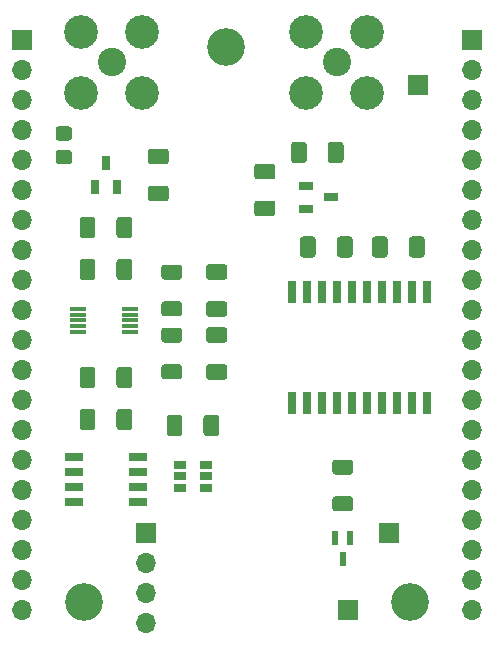
<source format=gbr>
%TF.GenerationSoftware,KiCad,Pcbnew,(5.1.9)-1*%
%TF.CreationDate,2021-08-30T10:52:12+01:00*%
%TF.ProjectId,projecto1,70726f6a-6563-4746-9f31-2e6b69636164,1.5*%
%TF.SameCoordinates,Original*%
%TF.FileFunction,Soldermask,Bot*%
%TF.FilePolarity,Negative*%
%FSLAX46Y46*%
G04 Gerber Fmt 4.6, Leading zero omitted, Abs format (unit mm)*
G04 Created by KiCad (PCBNEW (5.1.9)-1) date 2021-08-30 10:52:12*
%MOMM*%
%LPD*%
G01*
G04 APERTURE LIST*
%ADD10R,1.700000X1.700000*%
%ADD11O,1.700000X1.700000*%
%ADD12C,3.200000*%
%ADD13R,1.060000X0.650000*%
%ADD14R,0.500000X1.290000*%
%ADD15C,2.400000*%
%ADD16C,2.850000*%
%ADD17R,1.400000X0.300000*%
%ADD18R,0.650000X1.250000*%
%ADD19R,1.500000X0.650000*%
%ADD20R,1.250000X0.650000*%
%ADD21R,0.650000X1.925000*%
G04 APERTURE END LIST*
D10*
%TO.C,J4*%
X59055000Y-70358000D03*
%TD*%
%TO.C,R6*%
G36*
G01*
X31946001Y-37091000D02*
X31045999Y-37091000D01*
G75*
G02*
X30796000Y-36841001I0J249999D01*
G01*
X30796000Y-36140999D01*
G75*
G02*
X31045999Y-35891000I249999J0D01*
G01*
X31946001Y-35891000D01*
G75*
G02*
X32196000Y-36140999I0J-249999D01*
G01*
X32196000Y-36841001D01*
G75*
G02*
X31946001Y-37091000I-249999J0D01*
G01*
G37*
G36*
G01*
X31946001Y-39091000D02*
X31045999Y-39091000D01*
G75*
G02*
X30796000Y-38841001I0J249999D01*
G01*
X30796000Y-38140999D01*
G75*
G02*
X31045999Y-37891000I249999J0D01*
G01*
X31946001Y-37891000D01*
G75*
G02*
X32196000Y-38140999I0J-249999D01*
G01*
X32196000Y-38841001D01*
G75*
G02*
X31946001Y-39091000I-249999J0D01*
G01*
G37*
%TD*%
D11*
%TO.C,J8*%
X38481000Y-77978000D03*
X38481000Y-75438000D03*
X38481000Y-72898000D03*
D10*
X38481000Y-70358000D03*
%TD*%
D12*
%TO.C,REF\u002A\u002A*%
X45212000Y-29210000D03*
%TD*%
%TO.C,REF\u002A\u002A*%
X33210500Y-76200000D03*
%TD*%
%TO.C,REF\u002A\u002A*%
X60833000Y-76200000D03*
%TD*%
D10*
%TO.C,J5*%
X61468000Y-32385000D03*
%TD*%
D13*
%TO.C,U2*%
X43518000Y-65532000D03*
X43518000Y-66482000D03*
X43518000Y-64582000D03*
X41318000Y-64582000D03*
X41318000Y-65532000D03*
X41318000Y-66482000D03*
%TD*%
D14*
%TO.C,U1*%
X55118000Y-72538000D03*
X55768000Y-70718000D03*
X54468000Y-70718000D03*
%TD*%
%TO.C,R3*%
G36*
G01*
X40014999Y-50684000D02*
X41265001Y-50684000D01*
G75*
G02*
X41515000Y-50933999I0J-249999D01*
G01*
X41515000Y-51734001D01*
G75*
G02*
X41265001Y-51984000I-249999J0D01*
G01*
X40014999Y-51984000D01*
G75*
G02*
X39765000Y-51734001I0J249999D01*
G01*
X39765000Y-50933999D01*
G75*
G02*
X40014999Y-50684000I249999J0D01*
G01*
G37*
G36*
G01*
X40014999Y-47584000D02*
X41265001Y-47584000D01*
G75*
G02*
X41515000Y-47833999I0J-249999D01*
G01*
X41515000Y-48634001D01*
G75*
G02*
X41265001Y-48884000I-249999J0D01*
G01*
X40014999Y-48884000D01*
G75*
G02*
X39765000Y-48634001I0J249999D01*
G01*
X39765000Y-47833999D01*
G75*
G02*
X40014999Y-47584000I249999J0D01*
G01*
G37*
%TD*%
%TO.C,R2*%
G36*
G01*
X40014999Y-56018000D02*
X41265001Y-56018000D01*
G75*
G02*
X41515000Y-56267999I0J-249999D01*
G01*
X41515000Y-57068001D01*
G75*
G02*
X41265001Y-57318000I-249999J0D01*
G01*
X40014999Y-57318000D01*
G75*
G02*
X39765000Y-57068001I0J249999D01*
G01*
X39765000Y-56267999D01*
G75*
G02*
X40014999Y-56018000I249999J0D01*
G01*
G37*
G36*
G01*
X40014999Y-52918000D02*
X41265001Y-52918000D01*
G75*
G02*
X41515000Y-53167999I0J-249999D01*
G01*
X41515000Y-53968001D01*
G75*
G02*
X41265001Y-54218000I-249999J0D01*
G01*
X40014999Y-54218000D01*
G75*
G02*
X39765000Y-53968001I0J249999D01*
G01*
X39765000Y-53167999D01*
G75*
G02*
X40014999Y-52918000I249999J0D01*
G01*
G37*
%TD*%
%TO.C,R1*%
G36*
G01*
X55743001Y-65394000D02*
X54492999Y-65394000D01*
G75*
G02*
X54243000Y-65144001I0J249999D01*
G01*
X54243000Y-64343999D01*
G75*
G02*
X54492999Y-64094000I249999J0D01*
G01*
X55743001Y-64094000D01*
G75*
G02*
X55993000Y-64343999I0J-249999D01*
G01*
X55993000Y-65144001D01*
G75*
G02*
X55743001Y-65394000I-249999J0D01*
G01*
G37*
G36*
G01*
X55743001Y-68494000D02*
X54492999Y-68494000D01*
G75*
G02*
X54243000Y-68244001I0J249999D01*
G01*
X54243000Y-67443999D01*
G75*
G02*
X54492999Y-67194000I249999J0D01*
G01*
X55743001Y-67194000D01*
G75*
G02*
X55993000Y-67443999I0J-249999D01*
G01*
X55993000Y-68244001D01*
G75*
G02*
X55743001Y-68494000I-249999J0D01*
G01*
G37*
%TD*%
D10*
%TO.C,J9*%
X55562500Y-76835000D03*
%TD*%
D15*
%TO.C,J7*%
X54610000Y-30480000D03*
D16*
X52035000Y-27905000D03*
X52035000Y-33055000D03*
X57185000Y-33055000D03*
X57185000Y-27905000D03*
%TD*%
%TO.C,J6*%
X38135000Y-27905000D03*
X38135000Y-33055000D03*
X32985000Y-33055000D03*
X32985000Y-27905000D03*
D15*
X35560000Y-30480000D03*
%TD*%
D11*
%TO.C,J3*%
X66040000Y-76835000D03*
X66040000Y-74295000D03*
X66040000Y-71755000D03*
X66040000Y-69215000D03*
X66040000Y-66675000D03*
X66040000Y-64135000D03*
X66040000Y-61595000D03*
X66040000Y-59055000D03*
X66040000Y-56515000D03*
X66040000Y-53975000D03*
X66040000Y-51435000D03*
X66040000Y-48895000D03*
X66040000Y-46355000D03*
X66040000Y-43815000D03*
X66040000Y-41275000D03*
X66040000Y-38735000D03*
X66040000Y-36195000D03*
X66040000Y-33655000D03*
X66040000Y-31115000D03*
D10*
X66040000Y-28575000D03*
%TD*%
D11*
%TO.C,J1*%
X27940000Y-76835000D03*
X27940000Y-74295000D03*
X27940000Y-71755000D03*
X27940000Y-69215000D03*
X27940000Y-66675000D03*
X27940000Y-64135000D03*
X27940000Y-61595000D03*
X27940000Y-59055000D03*
X27940000Y-56515000D03*
X27940000Y-53975000D03*
X27940000Y-51435000D03*
X27940000Y-48895000D03*
X27940000Y-46355000D03*
X27940000Y-43815000D03*
X27940000Y-41275000D03*
X27940000Y-38735000D03*
X27940000Y-36195000D03*
X27940000Y-33655000D03*
X27940000Y-31115000D03*
D10*
X27940000Y-28575000D03*
%TD*%
D17*
%TO.C,IC5*%
X32725000Y-51324000D03*
X32725000Y-51824000D03*
X32725000Y-52324000D03*
X32725000Y-52824000D03*
X32725000Y-53324000D03*
X37125000Y-53324000D03*
X37125000Y-52824000D03*
X37125000Y-52324000D03*
X37125000Y-51824000D03*
X37125000Y-51324000D03*
%TD*%
D18*
%TO.C,IC4*%
X35052000Y-38955000D03*
X34102000Y-41055000D03*
X36002000Y-41055000D03*
%TD*%
D19*
%TO.C,IC3*%
X32352000Y-63881000D03*
X32352000Y-65151000D03*
X32352000Y-66421000D03*
X32352000Y-67691000D03*
X37752000Y-67691000D03*
X37752000Y-66421000D03*
X37752000Y-65151000D03*
X37752000Y-63881000D03*
%TD*%
D20*
%TO.C,IC2*%
X54102000Y-41910000D03*
X52002000Y-40960000D03*
X52002000Y-42860000D03*
%TD*%
D21*
%TO.C,IC1*%
X62230000Y-49898000D03*
X60960000Y-49898000D03*
X59690000Y-49898000D03*
X58420000Y-49898000D03*
X57150000Y-49898000D03*
X55880000Y-49898000D03*
X54610000Y-49898000D03*
X53340000Y-49898000D03*
X52070000Y-49898000D03*
X50800000Y-49898000D03*
X50800000Y-59322000D03*
X52070000Y-59322000D03*
X53340000Y-59322000D03*
X54610000Y-59322000D03*
X55880000Y-59322000D03*
X57150000Y-59322000D03*
X58420000Y-59322000D03*
X59690000Y-59322000D03*
X60960000Y-59322000D03*
X62230000Y-59322000D03*
%TD*%
%TO.C,C12*%
G36*
G01*
X35952000Y-48656002D02*
X35952000Y-47355998D01*
G75*
G02*
X36201998Y-47106000I249998J0D01*
G01*
X37027002Y-47106000D01*
G75*
G02*
X37277000Y-47355998I0J-249998D01*
G01*
X37277000Y-48656002D01*
G75*
G02*
X37027002Y-48906000I-249998J0D01*
G01*
X36201998Y-48906000D01*
G75*
G02*
X35952000Y-48656002I0J249998D01*
G01*
G37*
G36*
G01*
X32827000Y-48656002D02*
X32827000Y-47355998D01*
G75*
G02*
X33076998Y-47106000I249998J0D01*
G01*
X33902002Y-47106000D01*
G75*
G02*
X34152000Y-47355998I0J-249998D01*
G01*
X34152000Y-48656002D01*
G75*
G02*
X33902002Y-48906000I-249998J0D01*
G01*
X33076998Y-48906000D01*
G75*
G02*
X32827000Y-48656002I0J249998D01*
G01*
G37*
%TD*%
%TO.C,C11*%
G36*
G01*
X38846998Y-40905000D02*
X40147002Y-40905000D01*
G75*
G02*
X40397000Y-41154998I0J-249998D01*
G01*
X40397000Y-41980002D01*
G75*
G02*
X40147002Y-42230000I-249998J0D01*
G01*
X38846998Y-42230000D01*
G75*
G02*
X38597000Y-41980002I0J249998D01*
G01*
X38597000Y-41154998D01*
G75*
G02*
X38846998Y-40905000I249998J0D01*
G01*
G37*
G36*
G01*
X38846998Y-37780000D02*
X40147002Y-37780000D01*
G75*
G02*
X40397000Y-38029998I0J-249998D01*
G01*
X40397000Y-38855002D01*
G75*
G02*
X40147002Y-39105000I-249998J0D01*
G01*
X38846998Y-39105000D01*
G75*
G02*
X38597000Y-38855002I0J249998D01*
G01*
X38597000Y-38029998D01*
G75*
G02*
X38846998Y-37780000I249998J0D01*
G01*
G37*
%TD*%
%TO.C,C10*%
G36*
G01*
X45100002Y-48884000D02*
X43799998Y-48884000D01*
G75*
G02*
X43550000Y-48634002I0J249998D01*
G01*
X43550000Y-47808998D01*
G75*
G02*
X43799998Y-47559000I249998J0D01*
G01*
X45100002Y-47559000D01*
G75*
G02*
X45350000Y-47808998I0J-249998D01*
G01*
X45350000Y-48634002D01*
G75*
G02*
X45100002Y-48884000I-249998J0D01*
G01*
G37*
G36*
G01*
X45100002Y-52009000D02*
X43799998Y-52009000D01*
G75*
G02*
X43550000Y-51759002I0J249998D01*
G01*
X43550000Y-50933998D01*
G75*
G02*
X43799998Y-50684000I249998J0D01*
G01*
X45100002Y-50684000D01*
G75*
G02*
X45350000Y-50933998I0J-249998D01*
G01*
X45350000Y-51759002D01*
G75*
G02*
X45100002Y-52009000I-249998J0D01*
G01*
G37*
%TD*%
%TO.C,C9*%
G36*
G01*
X35952000Y-45100002D02*
X35952000Y-43799998D01*
G75*
G02*
X36201998Y-43550000I249998J0D01*
G01*
X37027002Y-43550000D01*
G75*
G02*
X37277000Y-43799998I0J-249998D01*
G01*
X37277000Y-45100002D01*
G75*
G02*
X37027002Y-45350000I-249998J0D01*
G01*
X36201998Y-45350000D01*
G75*
G02*
X35952000Y-45100002I0J249998D01*
G01*
G37*
G36*
G01*
X32827000Y-45100002D02*
X32827000Y-43799998D01*
G75*
G02*
X33076998Y-43550000I249998J0D01*
G01*
X33902002Y-43550000D01*
G75*
G02*
X34152000Y-43799998I0J-249998D01*
G01*
X34152000Y-45100002D01*
G75*
G02*
X33902002Y-45350000I-249998J0D01*
G01*
X33076998Y-45350000D01*
G75*
G02*
X32827000Y-45100002I0J249998D01*
G01*
G37*
%TD*%
%TO.C,C8*%
G36*
G01*
X43799998Y-56018000D02*
X45100002Y-56018000D01*
G75*
G02*
X45350000Y-56267998I0J-249998D01*
G01*
X45350000Y-57093002D01*
G75*
G02*
X45100002Y-57343000I-249998J0D01*
G01*
X43799998Y-57343000D01*
G75*
G02*
X43550000Y-57093002I0J249998D01*
G01*
X43550000Y-56267998D01*
G75*
G02*
X43799998Y-56018000I249998J0D01*
G01*
G37*
G36*
G01*
X43799998Y-52893000D02*
X45100002Y-52893000D01*
G75*
G02*
X45350000Y-53142998I0J-249998D01*
G01*
X45350000Y-53968002D01*
G75*
G02*
X45100002Y-54218000I-249998J0D01*
G01*
X43799998Y-54218000D01*
G75*
G02*
X43550000Y-53968002I0J249998D01*
G01*
X43550000Y-53142998D01*
G75*
G02*
X43799998Y-52893000I249998J0D01*
G01*
G37*
%TD*%
%TO.C,C7*%
G36*
G01*
X60717000Y-46751002D02*
X60717000Y-45450998D01*
G75*
G02*
X60966998Y-45201000I249998J0D01*
G01*
X61792002Y-45201000D01*
G75*
G02*
X62042000Y-45450998I0J-249998D01*
G01*
X62042000Y-46751002D01*
G75*
G02*
X61792002Y-47001000I-249998J0D01*
G01*
X60966998Y-47001000D01*
G75*
G02*
X60717000Y-46751002I0J249998D01*
G01*
G37*
G36*
G01*
X57592000Y-46751002D02*
X57592000Y-45450998D01*
G75*
G02*
X57841998Y-45201000I249998J0D01*
G01*
X58667002Y-45201000D01*
G75*
G02*
X58917000Y-45450998I0J-249998D01*
G01*
X58917000Y-46751002D01*
G75*
G02*
X58667002Y-47001000I-249998J0D01*
G01*
X57841998Y-47001000D01*
G75*
G02*
X57592000Y-46751002I0J249998D01*
G01*
G37*
%TD*%
%TO.C,C6*%
G36*
G01*
X35952000Y-61356002D02*
X35952000Y-60055998D01*
G75*
G02*
X36201998Y-59806000I249998J0D01*
G01*
X37027002Y-59806000D01*
G75*
G02*
X37277000Y-60055998I0J-249998D01*
G01*
X37277000Y-61356002D01*
G75*
G02*
X37027002Y-61606000I-249998J0D01*
G01*
X36201998Y-61606000D01*
G75*
G02*
X35952000Y-61356002I0J249998D01*
G01*
G37*
G36*
G01*
X32827000Y-61356002D02*
X32827000Y-60055998D01*
G75*
G02*
X33076998Y-59806000I249998J0D01*
G01*
X33902002Y-59806000D01*
G75*
G02*
X34152000Y-60055998I0J-249998D01*
G01*
X34152000Y-61356002D01*
G75*
G02*
X33902002Y-61606000I-249998J0D01*
G01*
X33076998Y-61606000D01*
G75*
G02*
X32827000Y-61356002I0J249998D01*
G01*
G37*
%TD*%
%TO.C,C5*%
G36*
G01*
X54621000Y-46751002D02*
X54621000Y-45450998D01*
G75*
G02*
X54870998Y-45201000I249998J0D01*
G01*
X55696002Y-45201000D01*
G75*
G02*
X55946000Y-45450998I0J-249998D01*
G01*
X55946000Y-46751002D01*
G75*
G02*
X55696002Y-47001000I-249998J0D01*
G01*
X54870998Y-47001000D01*
G75*
G02*
X54621000Y-46751002I0J249998D01*
G01*
G37*
G36*
G01*
X51496000Y-46751002D02*
X51496000Y-45450998D01*
G75*
G02*
X51745998Y-45201000I249998J0D01*
G01*
X52571002Y-45201000D01*
G75*
G02*
X52821000Y-45450998I0J-249998D01*
G01*
X52821000Y-46751002D01*
G75*
G02*
X52571002Y-47001000I-249998J0D01*
G01*
X51745998Y-47001000D01*
G75*
G02*
X51496000Y-46751002I0J249998D01*
G01*
G37*
%TD*%
%TO.C,C4*%
G36*
G01*
X52059000Y-37449998D02*
X52059000Y-38750002D01*
G75*
G02*
X51809002Y-39000000I-249998J0D01*
G01*
X50983998Y-39000000D01*
G75*
G02*
X50734000Y-38750002I0J249998D01*
G01*
X50734000Y-37449998D01*
G75*
G02*
X50983998Y-37200000I249998J0D01*
G01*
X51809002Y-37200000D01*
G75*
G02*
X52059000Y-37449998I0J-249998D01*
G01*
G37*
G36*
G01*
X55184000Y-37449998D02*
X55184000Y-38750002D01*
G75*
G02*
X54934002Y-39000000I-249998J0D01*
G01*
X54108998Y-39000000D01*
G75*
G02*
X53859000Y-38750002I0J249998D01*
G01*
X53859000Y-37449998D01*
G75*
G02*
X54108998Y-37200000I249998J0D01*
G01*
X54934002Y-37200000D01*
G75*
G02*
X55184000Y-37449998I0J-249998D01*
G01*
G37*
%TD*%
%TO.C,C3*%
G36*
G01*
X47863998Y-39050000D02*
X49164002Y-39050000D01*
G75*
G02*
X49414000Y-39299998I0J-249998D01*
G01*
X49414000Y-40125002D01*
G75*
G02*
X49164002Y-40375000I-249998J0D01*
G01*
X47863998Y-40375000D01*
G75*
G02*
X47614000Y-40125002I0J249998D01*
G01*
X47614000Y-39299998D01*
G75*
G02*
X47863998Y-39050000I249998J0D01*
G01*
G37*
G36*
G01*
X47863998Y-42175000D02*
X49164002Y-42175000D01*
G75*
G02*
X49414000Y-42424998I0J-249998D01*
G01*
X49414000Y-43250002D01*
G75*
G02*
X49164002Y-43500000I-249998J0D01*
G01*
X47863998Y-43500000D01*
G75*
G02*
X47614000Y-43250002I0J249998D01*
G01*
X47614000Y-42424998D01*
G75*
G02*
X47863998Y-42175000I249998J0D01*
G01*
G37*
%TD*%
%TO.C,C2*%
G36*
G01*
X35952000Y-57800002D02*
X35952000Y-56499998D01*
G75*
G02*
X36201998Y-56250000I249998J0D01*
G01*
X37027002Y-56250000D01*
G75*
G02*
X37277000Y-56499998I0J-249998D01*
G01*
X37277000Y-57800002D01*
G75*
G02*
X37027002Y-58050000I-249998J0D01*
G01*
X36201998Y-58050000D01*
G75*
G02*
X35952000Y-57800002I0J249998D01*
G01*
G37*
G36*
G01*
X32827000Y-57800002D02*
X32827000Y-56499998D01*
G75*
G02*
X33076998Y-56250000I249998J0D01*
G01*
X33902002Y-56250000D01*
G75*
G02*
X34152000Y-56499998I0J-249998D01*
G01*
X34152000Y-57800002D01*
G75*
G02*
X33902002Y-58050000I-249998J0D01*
G01*
X33076998Y-58050000D01*
G75*
G02*
X32827000Y-57800002I0J249998D01*
G01*
G37*
%TD*%
%TO.C,C1*%
G36*
G01*
X43318000Y-61864002D02*
X43318000Y-60563998D01*
G75*
G02*
X43567998Y-60314000I249998J0D01*
G01*
X44393002Y-60314000D01*
G75*
G02*
X44643000Y-60563998I0J-249998D01*
G01*
X44643000Y-61864002D01*
G75*
G02*
X44393002Y-62114000I-249998J0D01*
G01*
X43567998Y-62114000D01*
G75*
G02*
X43318000Y-61864002I0J249998D01*
G01*
G37*
G36*
G01*
X40193000Y-61864002D02*
X40193000Y-60563998D01*
G75*
G02*
X40442998Y-60314000I249998J0D01*
G01*
X41268002Y-60314000D01*
G75*
G02*
X41518000Y-60563998I0J-249998D01*
G01*
X41518000Y-61864002D01*
G75*
G02*
X41268002Y-62114000I-249998J0D01*
G01*
X40442998Y-62114000D01*
G75*
G02*
X40193000Y-61864002I0J249998D01*
G01*
G37*
%TD*%
M02*

</source>
